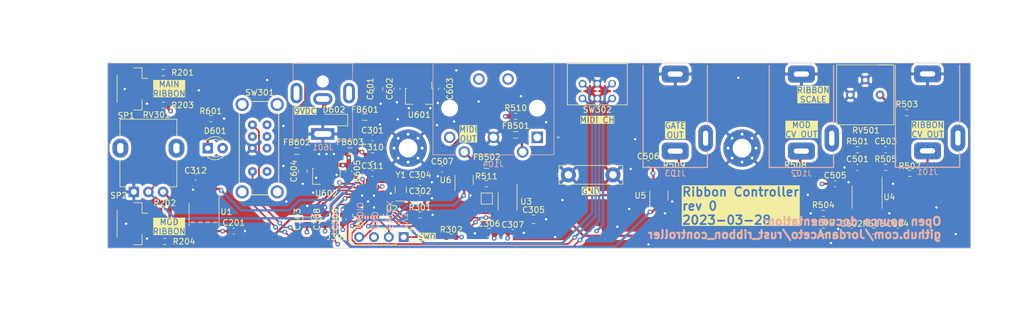
<source format=kicad_pcb>
(kicad_pcb (version 20221018) (generator pcbnew)
  (title_block (title "Ribbon Controller Main Board") (date "2023-03-28") (rev "0") (comment 2 "creativecommons.org/licenses/by/4.0") (comment 3 "license: CC by 4.0") (comment 4 "Author: Jordan Aceto"))
  (layers (0 "F.Cu" signal) (1 "In1.Cu" signal) (2 "In2.Cu" signal) (31 "B.Cu" signal) (34 "B.Paste" user) (35 "F.Paste" user) (36 "B.SilkS" user "B.Silkscreen") (37 "F.SilkS" user "F.Silkscreen") (38 "B.Mask" user) (39 "F.Mask" user) (44 "Edge.Cuts" user))
  (net 0 "")
  (net 1 "+3.3VA")
  (net 2 "GND")
  (net 3 "Net-(U2-NRST)")
  (net 4 "Net-(U2-PC14)")
  (net 5 "+3.3V")
  (net 6 "Net-(U2-PC15)")
  (net 7 "Net-(U3-VREFH{slash}VREFOUT)")
  (net 8 "/microcontroller/GLIDE_CV")
  (net 9 "Net-(U4A-+)")
  (net 10 "Net-(U4B-+)")
  (net 11 "Net-(U4A--)")
  (net 12 "Net-(C503-Pad2)")
  (net 13 "Net-(U4B--)")
  (net 14 "Net-(C504-Pad2)")
  (net 15 "+5V")
  (net 16 "+9V")
  (net 17 "Net-(D601-K)")
  (net 18 "Net-(D601-A)")
  (net 19 "Net-(D602-K)")
  (net 20 "Net-(FB501-Pad1)")
  (net 21 "/output_buffers/MIDI_OUT_P4")
  (net 22 "Net-(FB502-Pad1)")
  (net 23 "/output_buffers/MIDI_OUT_P5")
  (net 26 "Net-(J301-Pin_1)")
  (net 27 "/microcontroller/SYS_SWCLK")
  (net 28 "/microcontroller/SYS_SWDIO")
  (net 29 "Net-(R201-Pad2)")
  (net 30 "Net-(R202-Pad2)")
  (net 31 "Net-(U1A-+)")
  (net 32 "Net-(U1B-+)")
  (net 33 "Net-(U2-PH3)")
  (net 34 "/DAC/RIBBON_CV_2V5")
  (net 35 "/DAC/MOD_CV_2V5")
  (net 36 "Net-(R503-Pad1)")
  (net 37 "/output_buffers/RIBBON_CV_FINAL")
  (net 38 "/output_buffers/MOD_CV_5V")
  (net 39 "Net-(U5-Y)")
  (net 40 "/output_buffers/GATE_5V")
  (net 41 "Net-(U6-Y)")
  (net 42 "/microcontroller/MODE_SW_1")
  (net 44 "/microcontroller/MODE_SW_2")
  (net 49 "/microcontroller/MIDI_CH_2")
  (net 50 "/microcontroller/MIDI_CH_1")
  (net 51 "Net-(U3-~{CLR})")
  (net 52 "/input_buffers/MAIN_RIB_RAW_V")
  (net 53 "/input_buffers/MOD_RIB_RAW_V")
  (net 54 "/microcontroller/GATE_3V3")
  (net 55 "/microcontroller/MIDI_TX_3V3")
  (net 57 "/DAC/SPI_CS")
  (net 58 "/DAC/SPI_SCK")
  (net 60 "/DAC/SPI_SDO")
  (net 71 "/microcontroller/MIDI_CH_4")
  (net 72 "/microcontroller/MIDI_CH_8")
  (net 73 "Net-(U602-IN)")
  (footprint "Resistor_SMD:R_0603_1608Metric" (layer "F.Cu") (at 98.044 113.792 180)
    (fp_text reference "R204")
    (fp_text value "1M")
  )
  (footprint "Capacitor_SMD:C_0603_1608Metric" (layer "F.Cu") (at 223.463 112.014)
    (fp_text reference "C504")
    (fp_text value "100n")
  )
  (footprint "Resistor_SMD:R_0603_1608Metric" (layer "F.Cu") (at 225.044 91.694)
    (fp_text reference "R503")
    (fp_text value "9k1")
  )
  (footprint "TestPoint:TestPoint_Bridge_Pitch7.62mm_Drill1.3mm" (layer "F.Cu") (at 167.132 102.362)
    (fp_text reference "TP601" hide)
    (fp_text value "GND")
  )
  (footprint "Capacitor_SMD:C_0805_2012Metric" (layer "F.Cu") (at 134.62 87.63 -90)
    (fp_text reference "C601")
    (fp_text value "2u2")
  )
  (footprint "Connector_JST:JST_GH_SM03B-GHS-TB_1x03-1MP_P1.25mm_Horizontal" (layer "F.Cu") (at 92.456 110.744 -90)
    (fp_text reference "SP2")
    (fp_text value "50mm_softpot")
  )
  (footprint "Inductor_SMD:L_0805_2012Metric" (layer "F.Cu") (at 158.115 95.504)
    (fp_text reference "FB501")
    (fp_text value "600R @ 100MHz")
  )
  (footprint "Capacitor_SMD:C_0603_1608Metric" (layer "F.Cu") (at 133.591 102.108)
    (fp_text reference "C311")
    (fp_text value "100n")
  )
  (footprint "TestPoint:TestPoint_Pad_1.5x1.5mm" (layer "F.Cu") (at 153.162 106.426)
    (fp_text reference "TP401" hide)
    (fp_text value "~{CLR}")
  )
  (footprint "Resistor_SMD:R_0603_1608Metric" (layer "F.Cu") (at 185.229 102.108)
    (fp_text reference "R509")
    (fp_text value "1k")
  )
  (footprint "Diode_SMD:D_SOD-123" (layer "F.Cu") (at 127 92.964 180)
    (fp_text reference "D602")
    (fp_text value "B5819W")
  )
  (footprint "Capacitor_SMD:C_0603_1608Metric" (layer "F.Cu") (at 221.431 98.044)
    (fp_text reference "C503")
    (fp_text value "100n")
  )
  (footprint "Capacitor_SMD:C_0603_1608Metric" (layer "F.Cu") (at 137.795 87.63 -90)
    (fp_text reference "C602")
    (fp_text value "100n")
  )
  (footprint "Capacitor_SMD:C_0603_1608Metric" (layer "F.Cu") (at 157.607 112.268)
    (fp_text reference "C307")
    (fp_text value "100n")
  )
  (footprint "custom_footprints:SD-1011" (layer "F.Cu") (at 172.085 86.741 180)
    (fp_text reference "SW302")
    (fp_text value "nidec_SD-1011")
  )
  (footprint "Capacitor_SMD:C_0603_1608Metric" (layer "F.Cu") (at 141.745 103.632 180)
    (fp_text reference "C304")
    (fp_text value "4p3")
  )
  (footprint "Resistor_SMD:R_0603_1608Metric" (layer "F.Cu") (at 225.552 102.108)
    (fp_text reference "R507")
    (fp_text value "220")
  )
  (footprint "Resistor_SMD:R_0603_1608Metric" (layer "F.Cu") (at 141.732 109.22 180)
    (fp_text reference "R301")
    (fp_text value "10k")
  )
  (footprint "Capacitor_SMD:C_0603_1608Metric" (layer "F.Cu") (at 212.795 103.886)
    (fp_text reference "C505")
    (fp_text value "100n")
  )
  (footprint "Capacitor_SMD:C_0603_1608Metric" (layer "F.Cu") (at 129.54 101.727 -90)
    (fp_text reference "C605")
    (fp_text value "100n")
  )
  (footprint "Resistor_SMD:R_0603_1608Metric" (layer "F.Cu") (at 98.044 108.458 180)
    (fp_text reference "R202")
    (fp_text value "10k")
  )
  (footprint "Package_TO_SOT_SMD:SOT-23-5" (layer "F.Cu") (at 149.286 103.2455 90)
    (fp_text reference "U6")
    (fp_text value "SN74LV1T34DBV")
  )
  (footprint "Package_TO_SOT_SMD:SOT-23-5" (layer "F.Cu") (at 182.626 105.918 90)
    (fp_text reference "U5")
    (fp_text value "SN74LV1T34DBV")
  )
  (footprint "Connector_JST:JST_GH_SM03B-GHS-TB_1x03-1MP_P1.25mm_Horizontal" (layer "F.Cu") (at 92.456 87.63 -90)
    (fp_text reference "SP1")
    (fp_text value "400mm_softpot")
  )
  (footprint "Package_SO:SO-8_3.9x4.9mm_P1.27mm" (layer "F.Cu") (at 218.256 106.172 -90)
    (fp_text reference "U4")
    (fp_text value "MCP6002-xSN")
  )
  (footprint "Crystal:Crystal_SMD_MicroCrystal_CC7V-T1A-2Pin_3.2x1.5mm" (layer "F.Cu") (at 138.443 104.902 90)
    (fp_text reference "Y1")
    (fp_text value "32_768KHZ")
  )
  (footprint "Capacitor_SMD:C_0603_1608Metric" (layer "F.Cu") (at 145.415 87.63 -90)
    (fp_text reference "C603")
    (fp_text value "100n")
  )
  (footprint "Inductor_SMD:L_0805_2012Metric" (layer "F.Cu") (at 129.7475 98.298)
    (fp_text reference "FB603")
    (fp_text value "100R @ 100MHz")
  )
  (footprint "custom_footprints:Potentiometer_Bourns_3296P_Horizontal" (layer "F.Cu") (at 220.472 88.646 -90)
    (fp_text reference "RV501")
    (fp_text value "2k")
  )
  (footprint "Package_SO:SO-8_3.9x4.9mm_P1.27mm" (layer "F.Cu") (at 104.775 109.22 -90)
    (fp_text reference "U1")
    (fp_text value "MCP6002-xSN")
  )
  (footprint "Resistor_SMD:R_0603_1608Metric" (layer "F.Cu") (at 219.399 112.014)
    (fp_text reference "R506")
    (fp_text value "10k")
  )
  (footprint "Capacitor_SMD:C_0603_1608Metric" (layer "F.Cu") (at 128.524 109.982 90)
    (fp_text reference "C309")
    (fp_text value "100n")
  )
  (footprint "Capacitor_SMD:C_0603_1608Metric" (layer "F.Cu") (at 216.605 101.092)
    (fp_text reference "C501")
    (fp_text value "100n")
  )
  (footprint "Resistor_SMD:R_0603_1608Metric" (layer "F.Cu") (at 205.994 102.108)
    (fp_text reference "R508")
    (fp_text value "1k")
  )
  (footprint "custom_footprints:Potentiometer_Alpha_RD901F-40-00D_Single_Vertical" (layer "F.Cu") (at 92.75 105.29 90)
    (fp_text reference "RV301")
    (fp_text value "10k ")
  )
  (footprint "Capacitor_SMD:C_0805_2012Metric" (layer "F.Cu") (at 125.476 109.982 90)
    (fp_text reference "C308")
    (fp_text value "1u")
  )
  (footprint "Resistor_SMD:R_0603_1608Metric" (layer "F.Cu") (at 97.79 84.836 180)
    (fp_text reference "R201")
    (fp_text value "10k")
  )
  (footprint "Capacitor_SMD:C_0603_1608Metric" (layer "F.Cu") (at 215.589 112.014)
    (fp_text reference "C502")
    (fp_text value "100n")
  )
  (footprint "Resistor_SMD:R_0603_1608Metric" (layer "F.Cu") (at 210.763 108.966)
    (fp_text reference "R504")
    (fp_text value "10k")
  )
  (footprint "Package_SO:VSSOP-10_3x3mm_P0.5mm" (layer "F.Cu") (at 156.718 106.934 -90)
    (fp_text reference "U3")
    (fp_text value "DAC8162xDGSx")
  )
  (footprint "Capacitor_SMD:C_0805_2012Metric" (layer "F.Cu") (at 122.428 109.982 90)
    (fp_text reference "C303")
    (fp_text value "10u")
  )
  (footprint "Resistor_SMD:R_0603_1608Metric" (layer "F.Cu") (at 216.605 98.044)
    (fp_text reference "R501")
    (fp_text value "10k")
  )
  (footprint "Connector_PinHeader_2.54mm:PinHeader_1x04_P2.54mm_Vertical" (layer "F.Cu") (at 138.938 113.03 -90)
    (fp_text reference "J301")
    (fp_text value "SWD_header")
  )
  (footprint "MountingHole:MountingHole_3.2mm_M3_Pad_Via" (layer "F.Cu") (at 196.85 97.79)
    (fp_text reference "H602" hide)
    (fp_text value "MountingHole_Pad")
  )
  (footprint "Inductor_SMD:L_0805_2012Metric" (layer "F.Cu") (at 153.162 100.7055 180)
    (fp_text reference "FB502")
    (fp_text value "600R @ 100MHz")
  )
  (footprint "Capacitor_SMD:C_0805_2012Metric" (layer "F.Cu") (at 121.666 101.727 -90)
    (fp_text reference "C604")
    (fp_text value "2u2")
  )
  (footprint "Resistor_SMD:R_0603_1608Metric" (layer "F.Cu") (at 210.763 112.014)
    (fp_text reference "R502")
    (fp_text value "10k")
  )
  (footprint "Capacitor_SMD:C_0805_2012Metric" (layer "F.Cu") (at 153.543 112.268 180)
    (fp_text reference "C306")
    (fp_text value "1u")
  )
  (footprint "Package_TO_SOT_SMD:SOT-89-3" (layer "F.Cu") (at 125.73 102.616 -90)
    (fp_text reference "U602")
    (fp_text value "L78L33_SOT89")
  )
  (footprint "Capacitor_SMD:C_0603_1608Metric" (layer "F.Cu") (at 180.797 100.457 180)
    (fp_text reference "C506")
    (fp_text value "100n")
  )
  (footprint "Resistor_SMD:R_0603_1608Metric" (layer "F.Cu") (at 158.115 92.329)
    (fp_text reference "R510")
    (fp_text value "220")
  )
  (footprint "Inductor_SMD:L_0805_2012Metric" (layer "F.Cu") (at 132.2875 92.456)
    (fp_text reference "FB601")
    (fp_text value "100R @ 100MHz")
  )
  (footprint "Capacitor_SMD:C_0603_1608Metric" (layer "F.Cu") (at 133.604 96.012 180)
    (fp_text reference "C301")
    (fp_text value "100n")
  )
  (footprint "MountingHole:MountingHole_3.2mm_M3_Pad_Via" (layer "F.Cu") (at 139.7 97.79)
    (fp_text reference "H601" hide)
    (fp_text value "MountingHole_Pad")
  )
  (footprint "custom_footprints:E-Switch_EG2301" (layer "F.Cu") (at 114.3 97.79)
    (fp_text reference "SW301")
    (fp_text value "E-Switch_EG2301")
  )
  (footprint "Resistor_SMD:R_0603_1608Metric" (layer "F.Cu") (at 147.066 113.03 180)
    (fp_text reference "R302")
    (fp_text value "220")
  )
  (footprint "Capacitor_SMD:C_0603_1608Metric" (layer "F.Cu") (at 103.3272 102.7684)
    (fp_text reference "C312")
    (fp_text value "100n")
  )
  (footprint "Capacitor_SMD:C_0805_2012Metric" (layer "F.Cu") (at 133.604 99.314)
    (fp_text reference "C310")
    (fp_text value "1u")
  )
  (footprint "Resistor_SMD:R_0603_1608Metric" (layer "F.Cu") (at 153.096 103.8805)
    (fp_text reference "R511")
    (fp_text value "220")
  )
  (footprint "LED_THT:LED_D3.0mm" (layer "F.Cu") (at 105.405 97.79)
    (fp_text reference "D601")
    (fp_text value "XLMDK65D")
  )
  (footprint "Package_DFN_QFN:QFN-32-1EP_5x5mm_P0.5mm_EP3.45x3.45mm" (layer "F.Cu") (at 132.842 106.934 -90)
    (fp_text reference "U2")
    (fp_text value "STM32L412K8Ux")
  )
  (footprint "Resistor_SMD:R_0603_1608Metric" (layer "F.Cu") (at 105.918 92.71 180)
    (fp_text reference "R601")
    (fp_text value "10k")
  )
  (footprint "Inductor_SMD:L_0805_2012Metric" (layer "F.Cu") (at 120.65 98.298 180)
    (fp_text reference "FB602")
    (fp_text value "100R @ 100MHz")
  )
  (footprint "Capacitor_SMD:C_0603_1608Metric" (layer "F.Cu") (at 145.542 101.346 180)
    (fp_text reference "C507")
    (fp_text value "100n")
  )
  (footprint "Resistor_SMD:R_0603_1608Metric" (layer "F.Cu") (at 221.431 101.092)
    (fp_text reference "R505")
    (fp_text value "10k")
  )
  (footprint "Package_TO_SOT_SMD:SOT-89-3" (layer "F.Cu") (at 141.605 88.9 -90)
    (fp_text reference "U601")
    (fp_text value "L78L05_SOT89")
  )
  (footprint "Capacitor_SMD:C_0603_1608Metric" (layer "F.Cu") (at 109.855 112.014)
    (fp_text reference "C201")
    (fp_text value "100n")
  )
  (footprint "Resistor_SMD:R_0603_1608Metric" (layer "F.Cu") (at 97.79 90.424 180)
    (fp_text reference "R203")
    (fp_text value "1M")
  )
  (footprint "Capacitor_SMD:C_0603_1608Metric" (layer "F.Cu") (at 141.745 106.426 180)
    (fp_text reference "C302")
    (fp_text value "4p3")
  )
  (footprint "Capacitor_SMD:C_0805_2012Metric" (layer "F.Cu") (at 161.163 109.982)
    (fp_text reference "C305")
    (fp_text value "1u")
  )
  (footprint "custom_footprints:PJ302M" (layer "B.Cu") (at 207.01 83.09)
    (fp_text reference "J102")
    (fp_text value "PJ302M")
  )
  (footprint "custom_footprints:CUI_SDF-50J" (layer "B.Cu") (at 154.305 90.932)
    (fp_text reference "J104")
    (fp_text value "CUI_SDF-50J")
  )
  (footprint "custom_footprints:PJ302M" (layer "B.Cu") (at 185.42 83.09)
    (fp_text reference "J103")
    (fp_text value "PJ302M")
  )
  (footprint "Connector_BarrelJack:BarrelJack_CUI_PJ-063AH_Horizontal" (layer "B.Cu") (at 125.095 95.36)
    (fp_text reference "J601")
    (fp_text value "CUI_PJ-063AH")
  )
  (footprint "custom_footprints:PJ302M" (layer "B.Cu") (at 228.6 83.058)
    (fp_text reference "J101")
    (fp_text value "PJ302M")
  )
  (gr_line (start 88.265 83.185) (end 88.265 114.935) (stroke (width 0.1)) (layer "Edge.Cuts"))
  (gr_line (start 88.265 114.935) (end 235.966 114.935) (stroke (width 0.1)) (layer "Edge.Cuts"))
  (gr_line (start 235.966 83.185) (end 88.265 83.185) (stroke (width 0.1)) (layer "Edge.Cuts"))
  (gr_line (start 235.966 114.935) (end 235.966 83.185) (stroke (width 0.1)) (layer "Edge.Cuts"))
  (gr_text "Open source documentation:\ngithub.com/JordanAceto/rust_ribbon_controller" (at 231.14 113.411) (layer "B.SilkS") (effects (font (size 1.4 1.4) (thickness 0.35) bold) (justify left bottom mirror)))
  (gr_text "GND" (at 133.985 111.76 270) (layer "B.SilkS") (effects (font (size 1 1)) (justify left mirror)))
  (gr_text "SWDIO" (at 131.445 111.76 270) (layer "B.SilkS") (effects (font (size 1 1)) (justify left mirror)))
  (gr_text "SWCLK" (at 136.525 111.76 270) (layer "B.SilkS") (effects (font (size 1 1)) (justify left mirror)))
  (gr_text "3V3" (at 139.065 111.76 270) (layer "B.SilkS") (effects (font (size 1 1)) (justify left mirror)))
  (gr_text "RIBBON\nCV OUT" (at 228.6 94.615) (layer "F.SilkS" knockout) (effects (font (size 1 1))))
  (gr_text "MIDI CH" (at 172.085 92.964) (layer "F.SilkS" knockout) (effects (font (size 1 1))))
  (gr_text "SWD" (at 142.875 113.03) (layer "F.SilkS" knockout) (effects (font (size 1 1))))
  (gr_text "Ribbon Controller\nrev 0\n2023-03-28" (at 186.436 110.998) (layer "F.SilkS" knockout) (effects (font (size 1.5 1.5) (thickness 0.3) bold) (justify left bottom)))
  (gr_text "9VDC" (at 122.1232 91.44) (layer "F.SilkS" knockout) (effects (font (size 1 1))))
  (gr_text "GND" (at 170.942 105.156) (layer "F.SilkS" knockout) (effects (font (size 1 1))))
  (gr_text "MOD\nCV OUT" (at 207.01 94.615) (layer "F.SilkS" knockout) (effects (font (size 1 1))))
  (gr_text "GATE\nOUT" (at 185.42 94.742) (layer "F.SilkS" knockout) (effects (font (size 1 1))))
  (gr_text "RIBBON\nSCALE" (at 209.042 88.646) (layer "F.SilkS" knockout) (effects (font (size 1 1))))
  (gr_text "MOD\nRIBBON" (at 98.806 111.252) (layer "F.SilkS" knockout) (effects (font (size 1 1))))
  (gr_text "MAIN\nRIBBON" (at 98.806 87.63) (layer "F.SilkS" knockout) (effects (font (size 1 1))))
  (gr_text "MIDI\nOUT" (at 149.987 95.377) (layer "F.SilkS" knockout) (effects (font (size 1 1))))
  (segment (start 132.816 102.98766) (end 132.816 102.108) (width 0.3) (layer "F.Cu") (net 1))
  (segment (start 130.81 98.298) (end 131.638 98.298) (width 0.4) (layer "F.Cu") (net 1))
  (segment (start 132.592 103.544954) (end 132.617499 103.519455) (width 0.3) (layer "F.Cu") (net 1))
  (segment (start 106.899 112.014) (end 106.68 111.795) (width 0.4) (layer "F.Cu") (net 1))
  (segment (start 98.869 106.409) (end 97.75 105.29) (width 0.4) (layer "F.Cu") (net 1))
  (segment (start 98.615 90.995) (end 99.06 91.44) (width 0.4) (layer "F.Cu") (net 1))
  (segment (start 98.615 84.836) (end 98.615 90.995) (width 0.4) (layer "F.Cu") (net 1))
  (segment (start 98.869 108.458) (end 98.869 106.409) (width 0.4) (layer "F.Cu") (net 1))
  (segment (start 132.617499 103.519455) (end 132.617499 103.186161) (width 0.3) (layer "F.Cu") (net 1))
  (segment (start 131.638 98.298) (end 132.654 99.314) (width 0.4) (layer "F.Cu") (net 1))
  (segment (start 132.592 104.4965) (end 132.592 103.544954) (width 0.3) (layer "F.Cu") (net 1))
  (segment (start 132.617499 103.186161) (end 132.816 102.98766) (width 0.3) (layer "F.Cu") (net 1))
  (segment (start 132.654 101.946) (end 132.816 102.108) (width 0.4) (layer "F.Cu") (net 1))
  (segment (start 98.869 113.792) (end 98.869 108.458) (width 0.4) (layer "F.Cu") (net 1))
  (segment (start 132.654 99.314) (end 132.654 101.946) (width 0.4) (layer "F.Cu") (net 1))
  (segment (start 109.08 112.014) (end 106.899 112.014) (width 0.4) (layer "F.Cu") (net 1))
  (segment (start 98.615 90.424) (end 98.615 90.995) (width 0.4) (layer "F.Cu") (net 1))
  (via (at 131.7955 98.4555) (size 0.8) (drill 0.4) (layers "F.Cu" "B.Cu") (net 1))
  (via (at 99.06 91.44) (size 0.8) (drill 0.4) (layers "F.Cu" "B.Cu") (net 1))
  (via (at 107.95 112.014) (size 0.8) (drill 0.4) (layers "F.Cu" "B.Cu") (net 1))
  (segment (start 128.524 109.207) (end 128.524 108.331) (width 0.3) (layer "F.Cu") (net 2))
  (segment (start 125.476 109.207) (end 125.476 107.95) (width 0.3) (layer "F.Cu") (net 2))
  (segment (start 125.73 100.7535) (end 125.73 100.266) (width 0.4) (layer "F.Cu") (net 2))
  (segment (start 122.428 109.032) (end 122.428 107.696) (width 0.3) (layer "F.Cu") (net 2))
  (segment (start 130.4045 108.684) (end 129.047 108.684) (width 0.3) (layer "F.Cu") (net 2))
  (segment (start 156.718 104.734) (end 156.718 103.505) (width 0.3) (layer "F.Cu") (net 2))
  (segment (start 125.73 100.7535) (end 125.73 100.33) (width 0.4) (layer "F.Cu") (net 2))
  (segment (start 129.047 108.684) (end 128.524 109.207) (width 0.3) (layer "F.Cu") (net 2))
  (segment (start 136.360317 105.184) (end 136.727267 105.55095) (width 0.3) (layer "F.Cu") (net 2))
  (segment (start 151.13 112.395) (end 152.466 112.395) (width 0.4) (layer "F.Cu") (net 2))
  (segment (start 135.2795 105.184) (end 136.360317 105.184) (width 0.3) (layer "F.Cu") (net 2))
  (segment (start 156.21 103.378) (end 156.218 103.386) (width 0.3) (layer "F.Cu") (net 2))
  (segment (start 152.466 112.395) (end 152.593 112.268) (width 0.4) (layer "F.Cu") (net 2))
  (segment (start 156.218 104.734) (end 156.218 103.386) (width 0.3) (layer "F.Cu") (net 2))
  (via (at 166.116 106.68) (size 0.8) (drill 0.4) (layers "F.Cu" "B.Cu") (net 2))
  (via (at 102.87 104.902) (size 0.8) (drill 0.4) (layers "F.Cu" "B.Cu") (net 2))
  (via (at 94.996 90.17) (size 0.8) (drill 0.4) (layers "F.Cu" "B.Cu") (net 2))
  (via (at 128.524 108.331) (size 0.8) (drill 0.4) (layers "F.Cu" "B.Cu") (net 2))
  (via (at 212.09 114.046) (size 0.8) (drill 0.4) (layers "F.Cu" "B.Cu") (net 2))
  (via (at 139.827 90.932) (size 0.8) (drill 0.4) (layers "F.Cu" "B.Cu") (net 2))
  (via (at 135.001 90.17) (size 0.8) (drill 0.4) (layers "F.Cu" "B.Cu") (net 2))
  (via (at 230.124 107.95) (size 0.8) (drill 0.4) (layers "F.Cu" "B.Cu") (net 2))
  (via (at 111.76 112.014) (size 0.8) (drill 0.4) (layers "F.Cu" "B.Cu") (net 2))
  (via (at 133.858 107.95) (size 0.8) (drill 0.4) (layers "F.Cu" "B.Cu") (net 2))
  (via (at 123.952 102.87) (size 0.8) (drill 0.4) (layers "F.Cu" "B.Cu") (net 2))
  (via (at 183.642 108.966) (size 0.8) (drill 0.4) (layers "F.Cu" "B.Cu") (net 2))
  (via (at 164.846 113.03) (size 0.8) (drill 0.4) (layers "F.Cu" "B.Cu") (net 2))
  (via (at 222.701 103.886) (size 0.8) (drill 0.4) (layers "F.Cu" "B.Cu") (net 2))
  (via (at 103.886 87.884) (size 0.8) (drill 0.4) (layers "F.Cu" "B.Cu") (net 2))
  (via (at 94.996 113.284) (size 0.8) (drill 0.4) (layers "F.Cu" "B.Cu") (net 2))
  (via (at 115.57 86.106) (size 0.8) (drill 0.4) (layers "F.Cu" "B.Cu") (net 2))
  (via (at 137.795 89.916) (size 0.8) (drill 0.4) (layers "F.Cu" "B.Cu") (net 2))
  (via (at 222.066 108.966) (size 0.8) (drill 0.4) (layers "F.Cu" "B.Cu") (net 2))
  (via (at 143.764 106.3752) (size 0.8) (drill 0.4) (layers "F.Cu" "B.Cu") (net 2))
  (via (at 208.604 108.966) (size 0.8) (drill 0.4) (layers "F.Cu" "B.Cu") (net 2))
  (via (at 125.73 98.806) (size 0.8) (drill 0.4) (layers "F.Cu" "B.Cu") (net 2))
  (via (at 163.322 93.345) (size 0.8) (drill 0.4) (layers "F.Cu" "B.Cu") (net 2))
  (via (at 214.376 101.092) (size 0.8) (drill 0.4) (layers "F.Cu" "B.Cu") (net 2))
  (via (at 124.46 98.806) (size 0.8) (drill 0.4) (layers "F.Cu" "B.Cu") (net 2))
  (via (at 147.955 84.455) (size 0.8) (drill 0.4) (layers "F.Cu" "B.Cu") (net 2))
  (via (at 196.215 85.725) (size 0.8) (drill 0.4) (layers "F.Cu" "B.Cu") (net 2))
  (via (at 215.081 103.632) (size 0.8) (drill 0.4) (layers "F.Cu" "B.Cu") (net 2))
  (via (at 143.891 109.22) (size 0.8) (drill 0.4) (layers "F.Cu" "B.Cu") (net 2))
  (via (at 147.574 93.218) (size 0.8) (drill 0.4) (layers "F.Cu" "B.Cu") (net 2))
  (via (at 177.8 101.346) (size 0.8) (drill 0.4) (layers "F.Cu" "B.Cu") (net 2))
  (via (at 208.096 105.791) (size 0.8) (drill 0.4) (layers "F.Cu" "B.Cu") (net 2))
  (via (at 175.514 111.252) (size 0.8) (drill 0.4) (layers "F.Cu" "B.Cu") (net 2))
  (via (at 125.476 107.95) (size 0.8) (drill 0.4) (layers "F.Cu" "B.Cu") (net 2))
  (via (at 121.666 103.886) (size 0.8) (drill 0.4) (layers "F.Cu" "B.Cu") (net 2))
  (via (at 178.562 96.266) (size 0.8) (drill 0.4) (layers "F.Cu" "B.Cu") (net 2))
  (via (at 177.546 108.204) (size 0.8) (drill 0.4) (layers "F.Cu" "B.Cu") (net 2))
  (via (at 151.13 112.395) (size 0.8) (drill 0.4) (layers "F.Cu" "B.Cu") (net 2))
  (via (at 184.912 106.934) (size 0.8) (drill 0.4) (layers "F.Cu" "B.Cu") (net 2))
  (via (at 132.842 106.934) (size 0.8) (drill 0.4) (layers "F.Cu" "B.Cu") (net 2))
  (via (at 233.426 112.522) (size 0.8) (drill 0.4) (layers "F.Cu" "B.Cu") (net 2))
  (via (at 143.764 103.632) (size 0.8) (drill 0.4) (layers "F.Cu" "B.Cu") (net 2))
  (via (at 159.004 88.9) (size 0.8) (drill 0.4) (layers "F.Cu" "B.Cu") (net 2))
  (via (at 108.204 92.71) (size 0.8) (drill 0.4) (layers "F.Cu" "B.Cu") (net 2))
  (via (at 133.858 105.918) (size 0.8) (drill 0.4) (layers "F.Cu" "B.Cu") (net 2))
  (via (at 163.322 109.982) (size 0.8) (drill 0.4) (layers "F.Cu" "B.Cu") (net 2))
  (via (at 131.826 105.918) (size 0.8) (drill 0.4) (layers "F.Cu" "B.Cu") (net 2))
  (via (at 180.848 114.3) (size 0.8) (drill 0.4) (layers "F.Cu" "B.Cu") (net 2))
  (via (at 91.44 110.744) (size 0.8) (drill 0.4) (layers "F.Cu" "B.Cu") (net 2))
  (via (at 143.51 90.932) (size 0.8) (drill 0.4) (layers "F.Cu" "B.Cu") (net 2))
  (via (at 144.653 93.853) (size 0.8) (drill 0.4) (layers "F.Cu" "B.Cu") (net 2))
  (via (at 213.303 111.633) (size 0.8) (drill 0.4) (layers "F.Cu" "B.Cu") (net 2))
  (via (at 144.78 90.043) (size 0.8) (drill 0.4) (layers "F.Cu" "B.Cu") (net 2))
  (via (at 118.872 106.934) (size 0.8) (drill 0.4) (layers "F.Cu" "B.Cu") (net 2))
  (via (at 91.186 87.63) (size 0.8) (drill 0.4) (layers "F.Cu" "B.Cu") (net 2))
  (via (at 123.444 105.41) (size 0.8) (drill 0.4) (layers "F.Cu" "B.Cu") (net 2))
  (via (at 151.765 89.789) (size 0.8) (drill 0.4) (layers "F.Cu" "B.Cu") (net 2))
  (via (at 144.78 102.616) (size 0.8) (drill 0.4) (layers "F.Cu" "B.Cu") (net 2))
  (via (at 118.364 100.838) (size 0.8) (drill 0.4) (layers "F.Cu" "B.Cu") (net 2))
  (via (at 136.727267 105.55095) (size 0.8) (drill 0.4) (layers "F.Cu" "B.Cu") (net 2))
  (via (at 134.874 93.726) (size 0.8) (drill 0.4) (layers "F.Cu" "B.Cu") (net 2))
  (via (at 127.467604 102.362) (size 0.8) (drill 0.4) (layers "F.Cu" "B.Cu") (net 2))
  (via (at 118.364 93.98) (size 0.8) (drill 0.4) (layers "F.Cu" "B.Cu") (net 2))
  (via (at 122.428 107.696) (size 0.8) (drill 0.4) (layers "F.Cu" "B.Cu") (net 2))
  (via (at 150.368 105.918) (size 0.8) (drill 0.4) (layers "F.Cu" "B.Cu") (net 2))
  (via (at 127 98.806) (size 0.8) (drill 0.4) (layers "F.Cu" "B.Cu") (net 2))
  (via (at 131.826 107.95) (size 0.8) (drill 0.4) (layers "F.Cu" "B.Cu") (net 2))
  (via (at 159.512 112.3055) (size 0.8) (drill 0.4) (layers "F.Cu" "B.Cu") (net 2))
  (via (at 137.922 92.837) (size 0.8) (drill 0.4) (layers "F.Cu" "B.Cu") (net 2))
  (segment (start 133.591 96.774) (end 132.829 96.012) (width 0.25) (layer "F.Cu") (net 3))
  (segment (start 133.092 104.4965) (end 133.092 103.382706) (width 0.25) (layer "F.Cu") (net 3))
  (segment (start 133.591 102.883706) (end 133.591 96.774) (width 0.25) (layer "F.Cu") (net 3))
  (segment (start 133.092 103.382706) (end 133.591 102.883706) (width 0.25) (layer "F.Cu") (net 3))
  (segment (start 140.696 106.152) (end 138.443 106.152) (width 0.3) (layer "F.Cu") (net 4))
  (segment (start 135.914001 103.623001) (end 138.443 106.152) (width 0.3) (layer "F.Cu") (net 4))
  (segment (start 134.092 103.975637) (end 134.444636 103.623001) (width 0.3) (layer "F.Cu") (net 4))
  (segment (start 134.092 104.4965) (end 134.092 103.975637) (width 0.3) (layer "F.Cu") (net 4))
  (segment (start 134.444636 103.623001) (end 135.914001 103.623001) (width 0.3) (layer "F.Cu") (net 4))
  (segment (start 140.97 106.426) (end 140.696 106.152) (width 0.3) (layer "F.Cu") (net 4))
  (segment (start 129.54 100.952) (end 129.54 99.441) (width 0.75) (layer "F.Cu") (net 5))
  (segment (start 128.569 100.666) (end 129.254 100.666) (width 0.75) (layer "F.Cu") (net 5))
  (segment (start 128.524 110.757) (end 128.524 111.76) (width 0.4) (layer "F.Cu") (net 5))
  (segment (start 129.54 99.153) (end 128.685 98.298) (width 0.75) (layer "F.Cu") (net 5))
  (segment (start 129.254 100.666) (end 129.54 100.952) (width 0.75) (layer "F.Cu") (net 5))
  (segment (start 147.891 113.03) (end 148.844 113.03) (width 0.3) (layer "F.Cu") (net 5))
  (segment (start 134.592 104.4965) (end 135.131501 104.4965) (width 0.3) (layer "F.Cu") (net 5))
  (segment (start 157.218 111.882) (end 156.832 112.268) (width 0.3) (layer "F.Cu") (net 5))
  (segment (start 154.493 113.1855) (end 154.432 113.2465) (width 0.4) (layer "F.Cu") (net 5))
  (segment (start 122.428 112.106733) (end 122.355351 112.179382) (width 0.4) (layer "F.Cu") (net 5))
  (segment (start 154.493 112.268) (end 156.832 112.268) (width 0.4) (layer "F.Cu") (net 5))
  (segment (start 156.832 112.268) (end 156.832 113.1325) (width 0.4) (layer "F.Cu") (net 5))
  (segment (start 128.479 100.666) (end 128.524 100.711) (width 0.75) (layer "F.Cu") (net 5))
  (segment (start 156.832 113.1325) (end 156.718 113.2465) (width 0.4) (layer "F.Cu") (net 5))
  (segment (start 154.493 112.268) (end 154.493 113.1855) (width 0.4) (layer "F.Cu") (net 5))
  (segment (start 128.638 110.757) (end 128.524 110.757) (width 0.3) (layer "F.Cu") (net 5))
  (segment (start 128.524 100.711) (end 128.569 100.666) (width 0.75) (layer "F.Cu") (net 5))
  (segment (start 127.23 100.666) (end 128.479 100.666) (width 0.75) (layer "F.Cu") (net 5))
  (segment (start 157.218 109.134) (end 157.218 111.882) (width 0.3) (layer "F.Cu") (net 5))
  (segment (start 125.476 110.757) (end 125.476 112.014) (width 0.4) (layer "F.Cu") (net 5))
  (segment (start 131.092 109.3715) (end 130.0235 109.3715) (width 0.3) (layer "F.Cu") (net 5))
  (segment (start 129.54 99.441) (end 129.54 99.153) (width 0.75) (layer "F.Cu") (net 5))
  (segment (start 135.131501 104.4965) (end 135.255 104.373001) (width 0.3) (layer "F.Cu") (net 5))
  (segment (start 122.428 110.932) (end 122.428 112.106733) (width 0.4) (layer "F.Cu") (net 5))
  (segment (start 130.0235 109.3715) (end 128.638 110.757) (width 0.3) (layer "F.Cu") (net 5))
  (via (at 156.718 113.2465) (size 0.8) (drill 0.4) (layers "F.Cu" "B.Cu") (net 5))
  (via (at 129.54 99.441) (size 0.8) (drill 0.4) (layers "F.Cu" "B.Cu") (net 5))
  (via (at 128.524 100.711) (size 0.8) (drill 0.4) (layers "F.Cu" "B.Cu") (net 5))
  (via (at 148.844 113.03) (size 0.8) (drill 0.4) (layers "F.Cu" "B.Cu") (net 5))
  (via (at 135.255 104.373001) (size 0.8) (drill 0.4) (layers "F.Cu" "B.Cu") (net 5))
  (via (at 122.355351 112.179382) (size 0.8) (drill 0.4) (layers "F.Cu" "B.Cu") (net 5))
  (via (at 128.524 111.76) (size 0.8) (drill 0.4) (layers "F.Cu" "B.Cu") (net 5))
  (via (at 154.432 113.2465) (size 0.8) (drill 0.4) (layers "F.Cu" "B.Cu") (net 5))
  (via (at 125.476 112.014) (size 0.8) (drill 0.4) (layers "F.Cu" "B.Cu") (net 5))
  (segment (start 138.463 103.632) (end 138.443 103.652) (width 0.3) (layer "F.Cu") (net 6))
  (segment (start 138.443 103.652) (end 137.9145 103.1235) (width 0.3) (layer "F.Cu") (net 6))
  (segment (start 133.592 103.652599) (end 133.592 104.4965) (width 0.3) (layer "F.Cu") (net 6))
  (segment (start 137.9145 103.1235) (end 134.121099 103.1235) (width 0.3) (layer "F.Cu") (net 6))
  (segment (start 140.97 103.632) (end 138.463 103.632) (width 0.3) (layer "F.Cu") (net 6))
  (segment (start 134.121099 103.1235) (end 133.592 103.652599) (width 0.3) (layer "F.Cu") (net 6))
  (segment (start 157.718 109.585) (end 158.115 109.982) (width 0.3) (layer "F.Cu") (net 7))
  (segment (start 157.718 109.134) (end 157.718 109.585) (width 0.3) (layer "F.Cu") (net 7))
  (segment (start 158.115 109.982) (end 160.213 109.982) (width 0.3) (layer "F.Cu") (net 7))
  (segment (start 97.7716 102.7684) (end 95.25 105.29) (width 0.4) (layer "F.Cu") (net 8))
  (segment (start 132.092 103.32498) (end 131.872368 103.105348) (width 0.3) (layer "F.Cu") (net 8))
  (segment (start 132.092 104.4965) (end 132.092 103.32498) (width 0.3) (layer "F.Cu") (net 8))
  (segment (start 102.5522 102.7684) (end 97.7716 102.7684) (width 0.4) (layer "F.Cu") (net 8))
  (via (at 131.872368 103.105348) (size 0.8) (drill 0.4) (layers "F.Cu" "B.Cu") (net 8))
  (segment (start 95.25 105.29) (end 99.7775 109.8175) (width 0.4) (layer "B.Cu") (net 8))
  (segment (start 128.446836 105.4995) (end 128.954836 105.4995) (width 0.4) (layer "B.Cu") (net 8))
  (segment (start 126.444983 107.501353) (end 128.446836 105.4995) (width 0.4) (layer "B.Cu") (net 8))
  (segment (start 125.164118 109.8175) (end 126.444983 108.536635) (width 0.4) (layer "B.Cu") (net 8))
  (segment (start 131.348988 103.105348) (end 131.872368 103.105348) (width 0.4) (layer "B.Cu") (net 8))
  (segment (start 99.7775 109.8175) (end 125.164118 109.8175) (width 0.4) (layer "B.Cu") (net 8))
  (segment (start 128.954836 105.4995) (end 131.348988 103.105348) (width 0.4) (layer "B.Cu") (net 8))
  (segment (start 126.444983 108.536635) (end 126.444983 107.501353) (width 0.4) (layer "B.Cu") (net 8))
  (segment (start 217.621 101.333) (end 217.38 101.092) (width 0.4) (layer "F.Cu") (net 9))
  (segment (start 217.621 103.597) (end 217.621 101.333) (width 0.4) (layer "F.Cu") (net 9))
  (segment (start 217.38 101.092) (end 217.38 98.094) (width 0.4) (layer "F.Cu") (net 9))
  (segment (start 217.38 98.094) (end 217.43 98.044) (width 0.4) (layer "F.Cu") (net 9))
  (segment (start 211.588 110.992) (end 212.598 109.982) (width 0.4) (layer "F.Cu") (net 10))
  (segment (start 216.351 109.982) (end 216.351 110.49) (width 0.4) (layer "F.Cu") (net 10))
  (segment (start 216.351 108.747) (end 216.351 110.49) (width 0.4) (layer "F.Cu") (net 10))
  (segment (start 212.598 109.982) (end 216.351 109.982) (width 0.4) (layer "F.Cu") (net 10))
  (segment (start 211.588 112.014) (end 211.588 110.992) (width 0.4) (layer "F.Cu") (net 10))
  (segment (start 216.351 112.001) (end 216.364 112.014) (width 0.4) (layer "F.Cu") (net 10))
  (segment (start 216.351 110.49) (end 216.351 112.001) (width 0.4) (layer "F.Cu") (net 10))
  (segment (start 220.606 98.094) (end 220.656 98.044) (width 0.4) (layer "F.Cu") (net 11))
  (segment (start 220.606 101.092) (end 220.606 98.094) (width 0.4) (layer "F.Cu") (net 11))
  (segment (start 225.869 92.831) (end 220.656 98.044) (width 0.4) (layer "F.Cu") (net 11))
  (segment (start 218.891 103.597) (end 218.891 102.807) (width 0.4) (layer "F.Cu") (net 11))
  (segment (start 225.869 91.694) (end 225.869 92.831) (width 0.4) (layer "F.Cu") (net 11))
  (segment (start 218.891 102.807) (end 220.606 101.092) (width 0.4) (layer "F.Cu") (net 11))
  (segment (start 222.256 101.092) (end 222.256 98.094) (width 0.4) (layer "F.Cu") (net 12))
  (segment (start 224.727 102.108) (end 223.272 102.108) (width 0.4) (layer "F.Cu") (net 12))
  (segment (start 223.272 102.108) (end 222.256 101.092) (width 0.4) (layer "F.Cu") (net 12))
  (segment (start 222.256 98.094) (end 222.206 98.044) (width 0.4) (layer "F.Cu") (net 12))
  (segment (start 220.161 102.616) (end 220.161 103.597) (width 0.4) (layer "F.Cu") (net 12))
  (segment (start 222.256 101.092) (end 221.381 101.967) (width 0.4) (layer "F.Cu") (net 12))
  (segment (start 221.381 101.967) (end 220.81 101.967) (width 0.4) (layer "F.Cu") (net 12))
  (segment (start 220.81 101.967) (end 220.161 102.616) (width 0.4) (layer "F.Cu") (net 12))
  (segment (start 222.688 112.014) (end 221.813 112.889) (width 0.4) (layer "F.Cu") (net 13))
  (segment (start 217.621 111.061) (end 218.574 112.014) (width 0.4) (layer "F.Cu") (net 13))
  (segment (start 221.813 112.889) (end 219.449 112.889) (width 0.4) (layer "F.Cu") (net 13))
  (segment (start 215.305 107.472) (end 217.150995 107.472) (width 0.4) (layer "F.Cu") (net 13))
  (segment (start 219.449 112.889) (end 218.574 112.014) (width 0.4) (layer "F.Cu") (net 13))
  (segment (start 217.621 107.942005) (end 217.621 108.747) (width 0.4) (layer "F.Cu") (net 13))
  (segment (start 211.588 108.966) (end 213.811 108.966) (width 0.4) (layer "F.Cu") (net 13))
  (segment (start 217.621 108.747) (end 217.621 111.061) (width 0.4) (layer "F.Cu") (net 13))
  (segment (start 217.150995 107.472) (end 217.621 107.942005) (width 0.4) (layer "F.Cu") (net 13))
  (segment (start 213.811 108.966) (end 215.305 107.472) (width 0.4) (layer "F.Cu") (net 13))
  (segment (start 206.248 104.394) (end 209.042 104.394) (width 0.4) (layer "F.Cu") (net 14))
  (segment (start 221.099 111.139) (end 223.363 111.139) (width 0.4) (layer "F.Cu") (net 14))
  (segment (start 217.424 106.172) (end 218.891 107.639) (width 0.4) (layer "F.Cu") (net 14))
  (segment (start 218.891 110.681) (end 220.224 112.014) (width 0.4) (layer "F.Cu") (net 14))
  (segment (start 220.224 112.014) (end 221.099 111.139) (width 0.4) (layer "F.Cu") (net 14))
  (segment (start 205.169 103.315) (end 206.248 104.394) (width 0.4) (layer "F.Cu") (net 14))
  (segment (start 218.891 108.747) (end 218.891 110.681) (width 0.4) (layer "F.Cu") (net 14))
  (segment (start 209.042 104.394) (end 210.82 106.172) (width 0.4) (layer "F.Cu") (net 14))
  (segment (start 223.363 111.139) (end 224.238 112.014) (width 0.4) (layer "F.Cu") (net 14))
  (segment (start 218.891 107.639) (end 218.891 108.747) (width 0.4) (layer "F.Cu") (net 14))
  (segment (start 210.82 106.172) (end 217.424 106.172) (width 0.4) (layer "F.Cu") (net 14))
  (segment (start 205.169 102.108) (end 205.169 103.315) (width 0.4) (layer "F.Cu") (net 14))
  (segment (start 120.65 91.409386) (end 122.297 89.762386) (width 0.75) (layer "F.Cu") (net 15))
  (segment (start 145.415 86.855) (end 145.471371 86.855) (width 0.75) (layer "F.Cu") (net 15))
  (segment (start 218.256 105.41) (end 220.161 107.315) (width 0.4) (layer "F.Cu") (net 15))
  (segment (start 124.15 84.13) (end 144.074 84.13) (width 0.75) (layer "F.Cu") (net 15))
  (segment (start 145.32 86.95) (end 145.415 86.855) (width 0.75) (layer "F.Cu") (net 15))
  (segment (start 146.317 98.612032) (end 149.606 95.323032) (width 0.75) (layer "F.Cu") (net 15))
  (segment (start 157.29 92.329) (end 156.337 92.329) (width 0.75) (layer "F.Cu") (net 15))
  (segment (start 154.305 87.757) (end 157.29 90.742) (width 0.75) (layer "F.Cu") (net 15))
  (segment (start 145.471371 86.855) (end 146.373371 87.757) (width 0.75) (layer "F.Cu") (net 15))
  (segment (start 181.572 102.07) (end 181.61 102.108) (width 0.4) (layer "F.Cu") (net 15))
  (segment (start 145.415 85.471) (end 145.415 86.855) (width 0.75) (layer "F.Cu") (net 15))
  (segment (start 122.297 89.762386) (end 122.297 85.983) (width 0.75) (layer "F.Cu") (net 15))
  (segment (start 212.02 103.886) (end 213.544 105.41) (width 0.4) (layer "F.Cu") (net 15))
  (segment (start 181.676 104.7805) (end 181.676 102.174) (width 0.4) (layer "F.Cu") (net 15))
  (segment (start 146.373371 87.757) (end 149.606 87.757) (width 0.75) (layer "F.Cu") (net 15))
  (segment (start 212.02 103.886) (end 210.6035 103.886) (width 0.4) (layer "F.Cu") (net 15))
  (segment (start 220.161 107.315) (end 220.161 108.747) (width 0.4) (layer "F.Cu") (net 15))
  (segment (start 147.079 102.108) (end 146.317 101.346) (width 0.4) (layer "F.Cu") (net 15))
  (segment (start 146.317 101.346) (end 146.317 98.612032) (width 0.75) (layer "F.Cu") (net 15))
  (segment (start 149.606 87.757) (end 154.305 87.757) (width 0.75) (layer "F.Cu") (net 15))
  (segment (start 144.074 84.13) (end 145.415 85.471) (width 0.75) (layer "F.Cu") (net 15))
  (segment (start 210.6035 103.886) (end 210.566 103.9235) (width 0.4) (layer "F.Cu") (net 15))
  (segment (start 148.336 102.108) (end 147.079 102.108) (width 0.4) (layer "F.Cu") (net 15))
  (segment (start 122.297 85.983) (end 124.15 84.13) (width 0.75) (layer "F.Cu") (net 15))
  (segment (start 181.572 100.457) (end 181.572 102.07) (width 0.4) (layer "F.Cu") (net 15))
  (segment (start 157.29 90.742) (end 157.29 92.329) (width 0.75) (layer "F.Cu") (net 15))
  (segment (start 143.105 86.95) (end 145.32 86.95) (width 0.75) (layer "F.Cu") (net 15))
  (segment (start 121.7125 98.298) (end 120.65 97.2355) (width 0.75) (layer "F.Cu") (net 15))
  (segment (start 149.606 95.323032) (end 149.606 87.757) (width 0.75) (layer "F.Cu") (net 15))
  (segment (start 120.65 97.2355) (end 120.65 91.409386) (width 0.75) (layer "F.Cu") (net 15))
  (segment (start 213.544 105.41) (end 218.256 105.41) (width 0.4) (layer "F.Cu") (net 15))
  (segment (start 181.676 102.174) (end 181.61 102.108) (width 0.4) (layer "F.Cu") (net 15))
  (via (at 156.337 92.329) (size 0.8) (drill 0.4) (layers "F.Cu" "B.Cu") (net 15))
  (via (at 210.566 103.9235) (size 0.8) (drill 0.4) (layers "F.Cu" "B.Cu") (net 15))
  (via (at 181.61 102.108) (size 0.8) (drill 0.4) (layers "F.Cu" "B.Cu") (net 15))
  (segment (start 137.62 86.68) (end 137.795 86.855) (width 0.75) (layer "F.Cu") (net 16))
  (segment (start 133.32 92.426) (end 133.32 87.98) (width 0.75) (layer "F.Cu") (net 16))
  (segment (start 133.32 87.98) (end 134.62 86.68) (width 0.75) (layer "F.Cu") (net 16))
  (segment (start 137.795 86.855) (end 140.01 86.855) (width 0.75) (layer "F.Cu") (net 16))
  (segment (start 140.01 86.855) (end 140.105 86.95) (width 0.75) (layer "F.Cu") (net 16))
  (segment (start 134.62 86.68) (end 137.62 86.68) (width 0.75) (layer "F.Cu") (net 16))
  (segment (start 133.35 92.456) (end 133.32 92.426) (width 0.75) (layer "F.Cu") (net 16))
  (segment (start 105.093 92.71) (end 105.405 93.022) (width 0.4) (layer "F.Cu") (net 17))
  (segment (start 105.405 93.022) (end 105.405 97.79) (width 0.4) (layer "F.Cu") (net 17))
  (segment (start 125.35 92.964) (end 125.35 89.488) (width 0.75) (layer "F.Cu") (net 18))
  (segment (start 125.35 89.488) (end 125.222 89.36) (width 0.75) (layer "F.Cu") (net 18))
  (segment (start 128.65 92.964) (end 129.158 92.456) (width 0.75) (layer "F.Cu") (net 19))
  (segment (start 129.158 92.456) (end 131.225 92.456) (width 0.75) (layer "F.Cu") (net 19))
  (segment (start 157.0525 95.504) (end 157.0525 94.2165) (width 0.4) (layer "F.Cu") (net 20))
  (segment (start 157.0525 94.2165) (end 158.94 92.329) (width 0.4) (layer "F.Cu") (net 20))
  (segment (start 159.1775 98.3045) (end 159.305 98.432) (width 0.4) (layer "F.Cu") (net 21))
  (segment (start 159.1775 95.504) (end 159.1775 98.3045) (width 0.4) (layer "F.Cu") (net 21))
  (segment (start 153.921 101.009) (end 154.2245 100.7055) (width 0.4) (layer "F.Cu") (net 22))
  (segment (start 153.921 103.8805) (end 153.921 101.009) (width 0.4) (layer "F.Cu") (net 22))
  (segment (start 151.5785 100.7055) (end 149.305 98.432) (width 0.4) (layer "F.Cu") (net 23))
  (segment (start 152.0995 100.7055) (end 151.5785 100.7055) (width 0.4) (layer "F.Cu") (net 23))
  (segment (start 146.241 113.03) (end 138.938 113.03) (width 0.3) (layer "F.Cu") (net 26))
  (segment (start 134.592 109.9794) (end 136.398 111.7854) (width 0.3) (layer "F.Cu") (net 27))
  (segment (start 136.398 111.7854) (end 136.398 113.03) (width 0.3) (layer "F.Cu") (net 27))
  (segment (start 134.592 109.3715) (end 134.592 109.9794) (width 0.3) (layer "F.Cu") (net 27))
  (segment (start 134.092 111.098943) (end 132.160943 113.03) (width 0.3) (layer "F.Cu") (net 28))
  (segment (start 132.160943 113.03) (end 131.318 113.03) (width 0.3) (layer "F.Cu") (net 28))
  (segment (start 134.092 109.3715) (end 134.092 111.098943) (width 0.3) (layer "F.Cu") (net 28))
  (segment (start 96.5 86.38) (end 94.306 86.38) (width 0.4) (layer "F.Cu") (net 29))
  (segment (start 96.965 85.915) (end 96.5 86.38) (width 0.4) (layer "F.Cu") (net 29))
  (segment (start 96.965 84.836) (end 96.965 85.915) (width 0.4) (layer "F.Cu") (net 29))
  (segment (start 94.306 109.494) (end 96.183 109.494) (width 0.4) (layer "F.Cu") (net 30))
  (segment (start 96.183 109.494) (end 97.219 108.458) (width 0.4) (layer "F.Cu") (net 30))
  (segment (start 102.87 97.091) (end 96.965 91.186) (width 0.4) (layer "F.Cu") (net 31))
  (segment (start 102.87 98.552) (end 102.87 97.091) (width 0.4) (layer "F.Cu") (net 31))
  (segment (start 96.012 87.63) (end 94.306 87.63) (width 0.4) (layer "F.Cu") (net 31))
  (segment (start 104.14 106.645) (end 104.14 105.450472) (width 0.4) (layer "F.Cu") (net 31))
  (segment (start 96.965 88.583) (end 96.012 87.63) (width 0.4) (layer "F.Cu") (net 31))
  (segment (start 105.5624 101.2444) (end 102.87 98.552) (width 0.4) (layer "F.Cu") (net 31))
  (segment (start 96.965 91.186) (end 96.965 88.583) (width 0.4) (layer "F.Cu") (net 31))
  (segment (start 104.14 105.450472) (end 105.5624 104.028072) (width 0.4) (layer "F.Cu") (net 31))
  (segment (start 105.5624 104.028072) (end 105.5624 101.2444) (width 0.4) (layer "F.Cu") (net 31))
  (segment (start 101.487 114.667) (end 102.87 113.284) (width 0.4) (layer "F.Cu") (net 32))
  (segment (start 98.094 114.667) (end 101.487 114.667) (width 0.4) (layer "F.Cu") (net 32))
  (segment (start 96.52 110.744) (end 97.028 111.252) (width 0.4) (layer "F.Cu") (net 32))
  (segment (start 97.028 113.601) (end 97.219 113.792) (width 0.4) (layer "F.Cu") (net 32))
  (segment (start 94.306 110.744) (end 96.52 110.744) (width 0.4) (layer "F.Cu") (net 32))
  (segment (start 97.028 111.252) (end 97.028 113.601) (width 0.4) (layer "F.Cu") (net 32))
  (segment (start 102.87 113.284) (end 102.87 111.795) (width 0.4) (layer "F.Cu") (net 32))
  (segment (start 97.219 113.792) (end 98.094 114.667) (width 0.4) (layer "F.Cu") (net 32))
  (segment (start 135.800363 105.684) (end 136.067 105.950637) (width 0.3) (layer "F.Cu") (net 33))
  (segment (start 136.067 106.729999) (end 138.557001 109.22) (width 0.3) (layer "F.Cu") (net 33))
  (segment (start 135.2795 105.684) (end 135.800363 105.684) (width 0.3) (layer "F.Cu") (net 33))
  (segment (start 136.067 105.950637) (end 136.067 106.729999) (width 0.3) (layer "F.Cu") (net 33))
  (segment (start 138.557001 109.22) (end 140.907 109.22) (width 0.3) (layer "F.Cu") (net 33))
  (segment (start 157.768 104.734) (end 166.456 104.734) (width 0.4) (layer "F.Cu") (net 34))
  (segment (start 205.994 102.606528) (end 206.511472 103.124) (width 0.4) (layer "F.Cu") (net 34))
  (segment (start 205.994 101.609472) (end 205.994 102.606528) (width 0.4) (layer "F.Cu") (net 34))
  (segment (start 206.511472 103.124) (end 208.28 103.124) (width 0.4) (layer "F.Cu") (net 34))
  (segment (start 208.28 103.124) (end 210.312 101.092) (width 0.4) (layer "F.Cu") (net 34))
  (segment (start 167.565 105.843) (end 199.719 105.843) (width 0.4) (layer "F.Cu") (net 34))
  (segment (start 205.617528 101.233) (end 205.994 101.609472) (width 0.4) (layer "F.Cu") (net 34))
  (segment (start 166.456 104.734) (end 167.565 105.843) (width 0.4) (layer "F.Cu") (net 34))
  (segment (start 204.329 101.233) (end 205.617528 101.233) (width 0.4) (layer "F.Cu") (net 34))
  (segment (start 210.312 101.092) (end 212.732 101.092) (width 0.4) (layer "F.Cu") (net 34))
  (segment (start 199.719 105.843) (end 204.329 101.233) (width 0.4) (layer "F.Cu") (net 34))
  (segment (start 212.732 101.092) (end 215.78 98.044) (width 0.4) (layer "F.Cu") (net 34))
  (segment (start 157.516959 105.859) (end 158.047 105.859) (width 0.3) (layer "F.Cu") (net 35))
  (segment (start 157.218 104.734) (end 157.218 105.560041) (width 0.3) (layer "F.Cu") (net 35))
  (segment (start 157.218 105.560041) (end 157.516959 105.859) (width 0.3) (layer "F.Cu") (net 35))
  (segment (start 164.084 107.188) (end 169.7095 112.8135) (width 0.4) (layer "F.Cu") (net 35))
  (segment (start 209.1385 112.8135) (end 209.938 112.014) (width 0.4) (layer "F.Cu") (net 35))
  (segment (start 158.047 105.859) (end 159.961 105.859) (width 0.4) (layer "F.Cu") (net 35))
  (segment (start 161.29 107.188) (end 164.084 107.188) (width 0.4) (layer "F.Cu") (net 35))
  (segment (start 159.961 105.859) (end 161.29 107.188) (width 0.4) (layer "F.Cu") (net 35))
  (segment (start 169.7095 112.8135) (end 209.1385 112.8135) (width 0.4) (layer "F.Cu") (net 35))
  (segment (start 223.52 91.694) (end 220.472 88.646) (width 0.4) (layer "F.Cu") (net 36))
  (segment (start 224.219 91.694) (end 223.52 91.694) (width 0.4) (layer "F.Cu") (net 36))
  (segment (start 226.377 102.108) (end 227.33 102.108) (width 0.4) (layer "F.Cu") (net 37))
  (segment (start 228.6 100.838) (end 228.6 98.258) (width 0.4) (layer "F.Cu") (net 37))
  (segment (start 227.33 102.108) (end 228.6 100.838) (width 0.4) (layer "F.Cu") (net 37))
  (segment (start 206.819 102.108) (end 206.819 98.481) (width 0.4) (layer "F.Cu") (net 38))
  (segment (start 206.819 98.481) (end 207.01 98.29) (width 0.4) (layer "F.Cu") (net 38))
  (segment (start 183.576 102.936) (end 183.576 104.7805) (width 0.4) (layer "F.Cu") (net 39))
  (segment (start 184.404 102.108) (end 183.576 102.936) (width 0.4) (layer "F.Cu") (net 39))
  (segment (start 186.054 98.924) (end 185.42 98.29) (width 0.4) (layer "F.Cu") (net 40))
  (segment (start 186.054 102.108) (end 186.054 98.924) (width 0.4) (layer "F.Cu") (net 40))
  (segment (start 150.236 102.108) (end 151.384 102.108) (width 0.4) (layer "F.Cu") (net 41))
  (segment (start 152.271 102.995) (end 152.271 103.8805) (width 0.4) (layer "F.Cu") (net 41))
  (segment (start 151.384 102.108) (end 152.271 102.995) (width 0.4) (layer "F.Cu") (net 41))
  (segment (start 114.172 107.06) (end 114.172 94.912) (width 0.3) (layer "F.Cu") (net 42))
  (segment (start 130.4045 105.184) (end 129.822 105.184) (width 0.3) (layer "F.Cu") (net 42))
  (segment (start 117.729 110.617) (end 114.172 107.06) (width 0.3) (layer "F.Cu") (net 42))
  (segment (start 125.4635 107.2005) (end 125.165546 107.2005) (width 0.3) (layer "F.Cu") (net 42))
  (segment (start 127.635 105.029) (end 125.4635 107.2005) (width 0.3) (layer "F.Cu") (net 42))
  (segment (start 121.285 113.157) (end 119.507 111.379) (width 0.3) (layer "F.Cu") (net 42))
  (segment (start 114.172 94.912) (end 113.05 93.79) (width 0.3) (layer "F.Cu") (net 42))
  (segment (start 129.667 105.029) (end 127.635 105.029) (width 0.3) (layer "F.Cu") (net 42))
  (segment (start 122.809 113.157) (end 121.285 113.157) (width 0.3) (layer "F.Cu") (net 42))
  (segment (start 125.165546 107.2005) (end 124.206 108.160046) (width 0.3) (layer "F.Cu") (net 42))
  (segment (start 129.822 105.184) (end 129.667 105.029) (width 0.3) (layer "F.Cu") (net 42))
  (segment (start 124.206 108.160046) (end 124.206 111.76) (width 0.3) (layer "F.Cu") (net 42))
  (segment (start 124.206 111.76) (end 122.809 113.157) (width 0.3) (layer "F.Cu") (net 42))
  (via (at 117.729 110.617) (size 0.8) (drill 0.4) (layers "F.Cu" "B.Cu") (net 42))
  (via (at 119.507 111.379) (size 0.8) (drill 0.4) (layers "F.Cu" "B.Cu") (net 42))
  (segment (start 119.507 111.379) (end 118.491 111.379) (width 0.3) (layer "B.Cu") (net 42))
  (segment (start 118.491 111.379) (end 117.729 110.617) (width 0.3) (layer "B.Cu") (net 42))
  (segment (start 113.06 101.79) (end 113.06 107.36151) (width 0.3) (layer "F.Cu") (net 44))
  (segment (start 113.06 107.36151) (end 117.022245 111.323755) (width 0.3) (layer "F.Cu") (net 44))
  (segment (start 126.619 107.611034) (end 126.619 112.395) (width 0.3) (layer "F.Cu") (net 44))
  (segment (start 130.4045 105.684) (end 129.2674 105.684) (width 0.3) (layer "F.Cu") (net 44))
  (segment (start 126.619 112.395) (end 125.357499 113.656501) (width 0.3) (layer "F.Cu") (net 44))
  (segment (start 128.574533 105.655501) (end 126.619 107.611034) (width 0.3) (layer "F.Cu") (net 44))
  (segment (start 125.357499 113.656501) (end 120.133501 113.656501) (width 0.3) (layer "F.Cu") (net 44))
  (segment (start 129.238901 105.655501) (end 128.574533 105.655501) (width 0.3) (layer "F.Cu") (net 44))
  (segment (start 129.2674 105.684) (end 129.238901 105.655501) (width 0.3) (layer "F.Cu") (net 44))
  (segment (start 120.133501 113.656501) (end 118.618 112.141) (width 0.3) (layer "F.Cu") (net 44))
  (via (at 118.618 112.141) (size 0.8) (drill 0.4) (layers "F.Cu" "B.Cu") (net 44))
  (via (at 117.022245 111.323755) (size 0.8) (drill 0.4) (layers "F.Cu" "B.Cu") (net 44))
  (segment (start 117.83949 112.141) (end 117.022245 111.323755) (width 0.3) (layer "B.Cu") (net 44))
  (segment (start 118.618 112.141) (end 117.83949 112.141) (width 0.3) (layer "B.Cu") (net 44))
  (segment (start 133.592 109.3715) (end 133.592 110.48177) (width 0.25) (layer "F.Cu") (net 49))
  (segment (start 133.592 110.48177) (end 132.893635 111.180135) (width 0.25) (layer "F.Cu") (net 49))
  (via (at 132.893635 111.180135) (size 0.8) (drill 0.4) (layers "F.Cu" "B.Cu") (net 49))
  (segment (start 139.588135 111.180135) (end 142.489 114.081) (width 0.4) (layer "B.Cu") (net 49))
  (segment (start 171.196 90.805) (end 169.545 89.154) (width 0.4) (layer "B.Cu") (net 49))
  (segment (start 166.081 114.081) (end 171.196 108.966) (width 0.4) (layer "B.Cu") (net 49))
  (segment (start 142.489 114.081) (end 166.081 114.081) (width 0.4) (layer "B.Cu") (net 49))
  (segment (start 132.893635 111.180135) (end 139.588135 111.180135) (width 0.4) (layer "B.Cu") (net 49))
  (segment (start 171.196 108.966) (end 171.196 90.805) (width 0.4) (layer "B.Cu") (net 49))
  (segment (start 167.898212 114.729501) (end 169.105053 113.52266) (width 0.3) (layer "F.Cu") (net 50))
  (segment (start 129.3493 113.9823) (end 130.096501 114.729501) (width 0.3) (layer "F.Cu") (net 50))
  (segment (start 131.592 109.3715) (end 131.592 109.892363) (width 0.3) (layer "F.Cu") (net 50))
  (segment (start 129.3493 110.789146) (end 129.3493 113.9823) (width 0.3) (layer "F.Cu") (net 50))
  (segment (start 131.134263 110.3501) (end 129.788346 110.3501) (width 0.3) (layer "F.Cu") (net 50))
  (segment (start 130.096501 114.729501) (end 167.898212 114.729501) (width 0.3) (layer "F.Cu") (net 50))
  (segment (start 129.788346 110.3501) (end 129.3493 110.789146) (width 0.3) (layer "F.Cu") (net 50))
  (segment (start 131.592 109.892363) (end 131.134263 110.3501) (width 0.3) (layer "F.Cu") (net 50))
  (via (at 169.105053 113.52266) (size 0.8) (drill 0.4) (layers "F.Cu" "B.Cu") (net 50))
  (segment (start 172.395002 90.494998) (end 172.395002 110.232711) (width 0.4) (layer "B.Cu") (net 50))
  (segment (start 172.395002 110.232711) (end 169.105053 113.52266) (width 0.4) (layer "B.Cu") (net 50))
  (segment (start 173.355 89.535) (end 172.395002 90.494998) (width 0.4) (layer "B.Cu") (net 50))
  (segment (start 173.355 87.884) (end 173.355 89.535) (width 0.4) (layer "B.Cu") (net 50))
  (segment (start 174.625 86.614) (end 173.355 87.884) (width 0.4) (layer "B.Cu") (net 50))
  (segment (start 155.718 105.902) (end 155.194 106.426) (width 0.3) (layer "F.Cu") (net 51))
  (segment (start 155.718 104.734) (end 155.718 105.902) (width 0.3) (layer "F.Cu") (net 51))
  (segment (start 155.194 106.426) (end 153.162 106.426) (width 0.3) (layer "F.Cu") (net 51))
  (segment (start 106.68 104.775) (end 106.68 106.645) (width 0.4) (layer "F.Cu") (net 52))
  (segment (start 107.696 105.029) (end 107.442 104.775) (width 0.4) (layer "F.Cu") (net 52))
  (segment (start 130.858637 103.709) (end 130.681637 103.886) (width 0.3) (layer "F.Cu") (net 52))
  (segment (start 131.592 104.4965) (end 131.592 103.975637) (width 0.3) (layer "F.Cu") (net 52))
  (segment (start 106.426 104.775) (end 106.68 104.775) (width 0.4) (layer "F.Cu") (net 52))
  (segment (start 128.125115 103.886) (end 127.919114 103.679999) (width 0.3) (layer "F.Cu") (net 52))
  (segment (start 131.325363 103.709) (end 130.858637 103.709) (width 0.3) (layer "F.Cu") (net 52))
  (segment (start 130.681637 103.886) (end 128.125115 103.886) (width 0.3) (layer "F.Cu") (net 52))
  (segment (start 105.41 105.029) (end 105.664 104.775) (width 0.4) (layer "F.Cu") (net 52))
  (segment (start 105.41 106.645) (end 105.41 105.029) (width 0.4) (layer "F.Cu") (net 52))
  (segment (start 131.592 103.975637) (end 131.325363 103.709) (width 0.3) (layer "F.Cu") (net 52))
  (segment (start 105.664 104.775) (end 106.426 104.775) (width 0.4) (layer "F.Cu") (net 52))
  (segment (start 107.442 104.775) (end 106.426 104.775) (width 0.4) (layer "F.Cu") (net 52))
  (via (at 107.696 105.029) (size 0.8) (drill 0.4) (layers "F.Cu" "B.Cu") (net 52))
  (via (at 127.919114 103.679999) (size 0.8) (drill 0.4) (layers "F.Cu" "B.Cu") (net 52))
  (segment (start 121.158 106.68) (end 126.418514 106.68) (width 0.4) (layer "B.Cu") (net 52))
  (segment (start 127.919114 105.1794) (end 127.919114 103.679999) (width 0.4) (layer "B.Cu") (net 52))
  (segment (start 111.125 108.458) (end 119.38 108.458) (width 0.4) (layer "B.Cu") (net 52))
  (segment (start 119.38 108.458) (end 121.158 106.68) (width 0.4) (layer "B.Cu") (net 52))
  (segment (start 126.418514 106.68) (end 127.919114 105.1794) (width 0.4) (layer "B.Cu") (net 52))
  (segment (start 107.696 105.029) (end 111.125 108.458) (width 0.4) (layer "B.Cu") (net 52))
  (segment (start 104.14 113.411) (end 104.394 113.665) (width 0.4) (layer "F.Cu") (net 53))
  (segment (start 123.656499 109.44774) (end 123.656499 107.932435) (width 0.4) (layer "F.Cu") (net 53))
  (segment (start 125.064935 106.523999) (end 125.362889 106.523999) (width 0.4) (layer "F.Cu") (net 53))
  (segment (start 129.975926 104.521) (end 131.067 104.521) (width 0.3) (layer "F.Cu") (net 53))
  (segment (start 125.362889 106.523999) (end 127.407389 104.479499) (width 0.4) (layer "F.Cu") (net 53))
  (segment (start 105.41 113.665) (end 105.41 111.795) (width 0.4) (layer "F.Cu") (net 53))
  (segment (start 119.544664 109.932) (end 123.172239 109.932) (width 0.4) (layer "F.Cu") (net 53))
  (segment (start 105.41 113.665) (end 115.811664 113.665) (width 0.4) (layer "F.Cu") (net 53))
  (segment (start 115.811664 113.665) (end 119.544664 109.932) (width 0.4) (layer "F.Cu") (net 53))
  (segment (start 129.934425 104.479499) (end 129.975926 104.521) (width 0.4) (layer "F.Cu") (net 53))
  (segment (start 127.407389 104.479499) (end 129.934425 104.479499) (width 0.4) (layer "F.Cu") (net 53))
  (segment (start 104.394 113.665) (end 105.41 113.665) (width 0.4) (layer "F.Cu") (net 53))
  (segment (start 123.172239 109.932) (end 123.656499 109.44774) (width 0.4) (layer "F.Cu") (net 53))
  (segment (start 123.656499 107.932435) (end 125.064935 106.523999) (width 0.4) (layer "F.Cu") (net 53))
  (segment (start 104.14 111.795) (end 104.14 113.411) (width 0.4) (layer "F.Cu") (net 53))
  (segment (start 182.626 107.0555) (end 182.626 107.545817) (width 0.4) (layer "F.Cu") (net 54))
  (segment (start 130.4045 106.184) (end 129.115186 106.184) (width 0.3) (layer "F.Cu") (net 54))
  (segment (start 181.459817 108.712) (end 181.102 108.712) (width 0.4) (layer "F.Cu") (net 54))
  (segment (start 182.626 107.545817) (end 181.459817 108.712) (width 0.4) (layer "F.Cu") (net 54))
  (segment (start 129.115186 106.184) (end 128.893896 106.40529) (width 0.3) (layer "F.Cu") (net 54))
  (via (at 181.102 108.712) (size 0.8) (drill 0.4) (layers "F.Cu" "B.Cu") (net 54))
  (via (at 128.893896 106.40529) (size 0.8) (drill 0.4) (layers "F.Cu" "B.Cu") (net 54))
  (segment (start 129.794 114.681) (end 175.133 114.681) (width 0.4) (layer "B.Cu") (net 54))
  (segment (start 127.635 112.522) (end 129.794 114.681) (width 0.4) (layer "B.Cu") (net 54))
  (segment (start 127.635 107.664186) (end 127.635 112.522) (width 0.4) (layer "B.Cu") (net 54))
  (segment (start 128.893896 106.40529) (end 127.635 107.664186) (width 0.4) (layer "B.Cu") (net 54))
  (segment (start 175.133 114.681) (end 181.102 108.712) (width 0.4) (layer "B.Cu") (net 54))
  (segment (start 149.286 105.8316) (end 149.1996 105.918) (width 0.4) (layer "F.Cu") (net 55))
  (segment (start 149.286 104.383) (end 149.286 105.8316) (width 0.4) (layer "F.Cu") (net 55))
  (segment (start 132.092 110.215401) (end 131.207801 111.0996) (width 0.3) (layer "F.Cu") (net 55))
  (segment (start 132.092 109.3715) (end 132.092 110.215401) (width 0.3) (layer "F.Cu") (net 55))
  (segment (start 131.207801 111.0996) (end 130.0988 111.0996) (width 0.3) (layer "F.Cu") (net 55))
  (via (at 130.0988 111.0996) (size 0.8) (drill 0.4) (layers "F.Cu" "B.Cu") (net 55))
  (via (at 149.1996 105.918) (size 0.8) (drill 0.4) (layers "F.Cu" "B.Cu") (net 55))
  (segment (start 137.0705 110.0715) (end 131.1269 110.0715) (width 0.4) (layer "B.Cu") (net 55))
  (segment (start 139.5476 107.5944) (end 137.0705 110.0715) (width 0.4) (layer "B.Cu") (net 55))
  (segment (start 149.1996 105.918) (end 147.5232 107.5944) (width 0.4) (layer "B.Cu") (net 55))
  (segment (start 147.5232 107.5944) (end 139.5476 107.5944) (width 0.4) (layer "B.Cu") (net 55))
  (segment (start 131.1269 110.0715) (end 130.0988 111.0996) (width 0.4) (layer "B.Cu") (net 55))
  (segment (start 138.3645 111.1865) (end 150.523 111.1865) (width 0.3) (layer "F.Cu") (net 57))
  (segment (start 150.523 111.1865) (end 151.257 110.4525) (width 0.3) (layer "F.Cu") (net 57))
  (segment (start 154.686 109.093) (end 154.092523 109.686477) (width 0.3) (layer "F.Cu") (net 57))
  (segment (start 155.718 109.134) (end 155.677 109.093) (width 0.3) (layer "F.Cu") (net 57))
  (segment (start 154.092523 109.686477) (end 152.993477 109.686477) (width 0.3) (layer "F.Cu") (net 57))
  (segment (start 155.677 109.093) (end 154.686 109.093) (width 0.3) (layer "F.Cu") (net 57))
  (segment (start 135.2795 108.684) (end 135.862 108.684) (width 0.3) (layer "F.Cu") (net 57))
  (segment (start 135.862 108.684) (end 138.3645 111.1865) (width 0.3) (layer "F.Cu") (net 57))
  (via (at 151.257 110.4525) (size 0.8) (drill 0.4) (layers "F.Cu" "B.Cu") (net 57))
  (via (at 152.993477 109.686477) (size 0.8) (drill 0.4) (layers "F.Cu" "B.Cu") (net 57))
  (segment (start 152.023023 109.686477) (end 151.257 110.4525) (width 0.3) (layer "B.Cu") (net 57))
  (segment (start 152.993477 109.686477) (end 152.023023 109.686477) (width 0.3) (layer "B.Cu") (net 57))
  (segment (start 135.854697 108.184499) (end 136.068901 108.184499) (width 0.3) (layer "F.Cu") (net 58))
  (segment (start 150.946546 109.703) (end 151.567454 109.703) (width 0.3) (layer "F.Cu") (net 58))
  (segment (start 156.218 110.22) (end 156.218 109.134) (width 0.3) (layer "F.Cu") (net 58))
  (segment (start 150.024047 110.625499) (end 150.946546 109.703) (width 0.3) (layer "F.Cu") (net 58))
  (segment (start 156.001 110.437) (end 156.218 110.22) (width 0.3) (layer "F.Cu") (net 58))
  (segment (start 136.068901 108.184499) (end 138.509901 110.625499) (width 0.3) (layer "F.Cu") (net 58))
  (segment (start 152.301454 110.437) (end 156.001 110.437) (width 0.3) (layer "F.Cu") (net 58))
  (segment (start 135.854198 108.184) (end 135.854697 108.184499) (width 0.3) (layer "F.Cu") (net 58))
  (segment (start 151.567454 109.703) (end 152.301454 110.437) (width 0.3) (layer "F.Cu") (net 58))
  (segment (start 135.2795 108.184) (end 135.854198 108.184) (width 0.3) (layer "F.Cu") (net 58))
  (segment (start 138.509901 110.625499) (end 150.024047 110.625499) (width 0.3) (layer "F.Cu") (net 58))
  (segment (start 151.006667 108.936477) (end 153.953523 108.936477) (width 0.3) (layer "F.Cu") (net 60))
  (segment (start 149.817146 110.125998) (end 151.006667 108.936477) (width 0.3) (layer "F.Cu") (net 60))
  (segment (start 135.2795 107.184) (end 135.814599 107.184) (width 0.3) (layer "F.Cu") (net 60))
  (segment (start 154.831 108.059) (end 156.469041 108.059) (width 0.3) (layer "F.Cu") (net 60))
  (segment (start 156.718 108.307959) (end 156.718 109.134) (width 0.3) (layer "F.Cu") (net 60))
  (segment (start 156.469041 108.059) (end 156.718 108.307959) (width 0.3) (layer "F.Cu") (net 60))
  (segment (start 153.953523 108.936477) (end 154.831 108.059) (width 0.3) (layer "F.Cu") (net 60))
  (segment (start 138.756597 110.125998) (end 149.817146 110.125998) (width 0.3) (layer "F.Cu") (net 60))
  (segment (start 135.814599 107.184) (end 138.756597 110.125998) (width 0.3) (layer "F.Cu") (net 60))
  (segment (start 133.092 109.921802) (end 131.414702 111.599101) (width 0.3) (layer "F.Cu") (net 71))
  (segment (start 167.062666 114.23) (end 168.205333 113.087333) (width 0.3) (layer "F.Cu") (net 71))
  (segment (start 130.048 113.457057) (end 130.820943 114.23) (width 0.3) (layer "F.Cu") (net 71))
  (segment (start 131.414702 111.599101) (end 130.843899 111.599101) (width 0.3) (layer "F.Cu") (net 71))
  (segment (start 130.048 112.395) (end 130.048 113.457057) (width 0.3) (layer "F.Cu") (net 71))
  (segment (start 130.820943 114.23) (end 167.062666 114.23) (width 0.3) (layer "F.Cu") (net 71))
  (segment (start 133.092 109.3715) (end 133.092 109.921802) (width 0.3) (layer "F.Cu") (net 71))
  (segment (start 130.843899 111.599101) (end 130.048 112.395) (width 0.3) (layer "F.Cu") (net 71))
  (via (at 168.205333 113.087333) (size 0.8) (drill 0.4) (layers "F.Cu" "B.Cu") (net 71))
  (segment (start 170.688 87.757) (end 170.688 89.395816) (width 0.4) (layer "B.Cu") (net 71))
  (segment (start 171.795501 109.497165) (end 168.205333 113.087333) (width 0.4) (layer "B.Cu") (net 71))
  (segment (start 169.545 86.614) (end 170.688 87.757) (width 0.4) (layer "B.Cu") (net 71))
  (segment (start 170.688 89.395816) (end 171.795501 90.503317) (width 0.4) (layer "B.Cu") (net 71))
  (segment (start 171.795501 90.503317) (end 171.795501 109.497165) (width 0.4) (layer "B.Cu") (net 71))
  (segment (start 129.147 107.684) (end 129.0828 107.6198) (width 0.25) (layer "F.Cu") (net 72))
  (segment (start 127.2032 113.792) (end 127.6604 114.2492) (width 0.25) (layer "F.Cu") (net 72))
  (segment (start 127.2032 108.204) (end 127.2032 113.792) (width 0.25) (layer "F.Cu") (net 72))
  (segment (start 128.905 107.442) (end 127.9652 107.442) (width 0.25) (layer "F.Cu") (net 72))
  (segment (start 130.4045 107.684) (end 129.147 107.684) (width 0.25) (layer "F.Cu") (net 72))
  (segment (start 127.9652 107.442) (end 127.2032 108.204) (width 0.25) (layer "F.Cu") (net 72))
  (segment (start 129.0828 107.6198) (end 128.905 107.442) (width 0.25) (layer "F.Cu") (net 72))
  (via (at 127.6604 114.2492) (size 0.8) (drill 0.4) (layers "F.Cu" "B.Cu") (net 72))
  (via (at 171.958 112.014) (size 0.8) (drill 0.4) (layers "F.Cu" "B.Cu") (net 72))
  (segment (start 171.958 112.014) (end 173.052 110.92) (width 0.4) (layer "B.Cu") (net 72))
  (segment (start 173.052 90.727) (end 174.625 89.154) (width 0.4) (layer "B.Cu") (net 72))
  (segment (start 173.052 110.92) (end 173.052 90.727) (width 0.4) (layer "B.Cu") (net 72))
  (segment (start 124.119 100.777) (end 124.23 100.666) (width 0.75) (layer "F.Cu") (net 73))
  (segment (start 119.5875 98.298) (end 119.5875 98.6985) (width 0.75) (layer "F.Cu") (net 73))
  (segment (start 119.5875 98.6985) (end 121.666 100.777) (width 0.75) (layer "F.Cu") (net 73))
  (segment (start 121.666 100.777) (end 124.119 100.777) (width 0.75) (layer "F.Cu") (net 73))
  (zone (net 0) (net_name "") (layer "F.Cu") (connect_pads (clearance 0)) (min_thickness 0.25)
    (keepout (tracks allowed) (vias allowed) (pads allowed) (copperpour not_allowed) (footprints allowed))
    (fill (thermal_gap 0.5) (thermal_bridge_width 0.5))
    (polygon (pts (xy 152.4 111.125) (xy 152.4 114.3) (xy 147.955 114.3) (xy 147.955 111.125)))
  )
  (zone (net 2) (net_name "GND") (layer "F.Cu") (priority 3) (connect_pads (clearance 0.508)) (min_thickness 0.25) (fill yes (thermal_gap 0.5) (thermal_bridge_width 0.5))
    (polygon (pts (xy 69.85 72.39) (xy 69.85 125.73) (xy 245.11 125.73) (xy 245.11 72.39)))
  )
  (zone (net 2) (net_name "GND") (layer "B.Cu") (priority 2) (connect_pads (clearance 0.508)) (min_thickness 0.25) (fill yes (thermal_gap 0.5) (thermal_bridge_width 0.5))
    (polygon (pts (xy 72.39 74.93) (xy 72.39 123.19) (xy 242.57 123.19) (xy 242.57 74.93)))
  )
)
</source>
